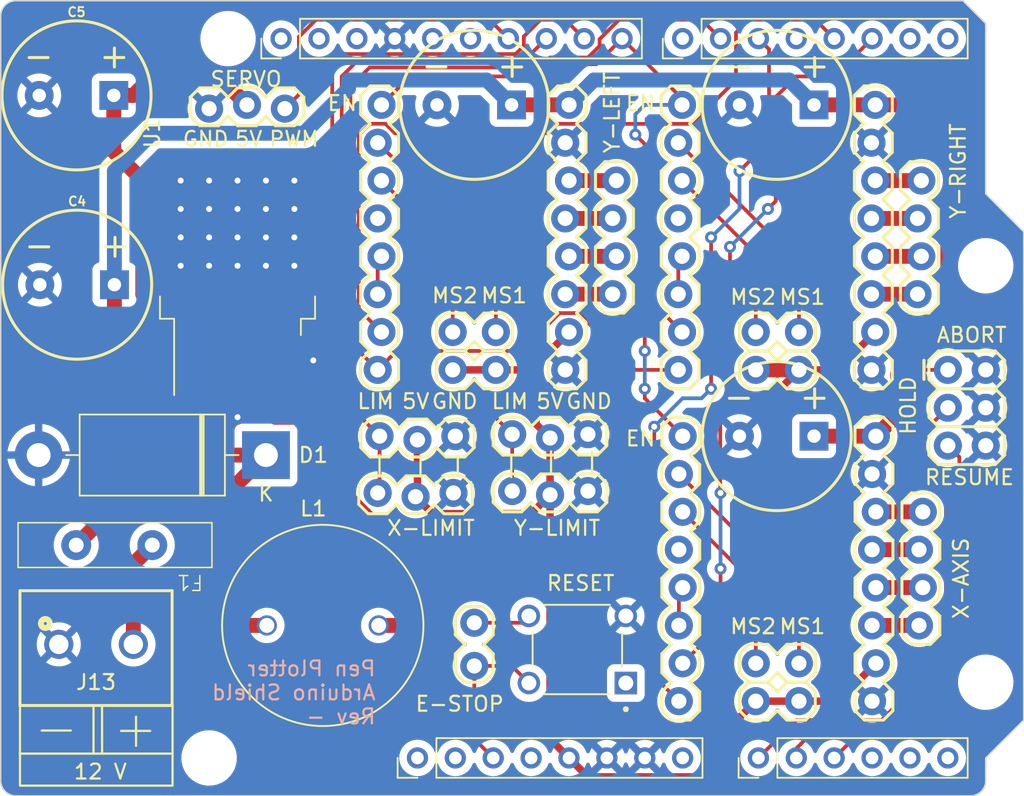
<source format=kicad_pcb>
(kicad_pcb (version 20221018) (generator pcbnew)
  (title_block (title "Arduino UNO R4 Shield Template PCB") (date "2023-07-13") (rev "1.0") (company "MStackoverflow"))
  (layers (0 "F.Cu" signal) (31 "B.Cu" signal) (34 "B.Paste" user) (35 "F.Paste" user) (36 "B.SilkS" user "B.Silkscreen") (37 "F.SilkS" user "F.Silkscreen") (38 "B.Mask" user) (39 "F.Mask" user) (44 "Edge.Cuts" user))
  (net 0 "")
  (net 3 "/V_MOTOR")
  (net 5 "GND")
  (net 6 "/SERVO_PWR")
  (net 7 "Net-(D1-K)")
  (net 9 "12V")
  (net 10 "5V")
  (net 11 "/X_4")
  (net 18 "/X_3")
  (net 21 "/X_2")
  (net 22 "/X_1")
  (net 23 "/X-DIR")
  (net 24 "/X-STEP")
  (net 26 "Net-(J2-Pad3)")
  (net 29 "/X-MS2")
  (net 30 "/X-MS1")
  (net 33 "/EN")
  (net 34 "/RESET")
  (net 35 "/Y-DIR")
  (net 36 "/Y-STEP")
  (net 37 "Net-(J6-Pad3)")
  (net 39 "/YL-4")
  (net 40 "/YL-3")
  (net 41 "/YL-2")
  (net 42 "/YL-1")
  (net 43 "Net-(J9-Pad3)")
  (net 45 "/YR-4")
  (net 46 "/YR-3")
  (net 47 "/YR-2")
  (net 48 "/YR-1")
  (net 49 "/SERVO_PWM")
  (net 50 "/X-LIMIT")
  (net 51 "/Y-LIMIT")
  (net 52 "/ABORT")
  (net 53 "/HOLD")
  (net 54 "/RESUME")
  (net 55 "/YL-MS2")
  (net 56 "/YL-MS1")
  (net 57 "/YR-MS2")
  (net 58 "/YR-MS1")
  (net 59 "Net-(J3-Pad2)")
  (footprint "Connectors:1X02_LOCK" (layer "F.Cu") (at 157.48 113.03)
    (fp_text reference "J23" hide)
    (fp_text value "CONN_02LOCK" hide)
  )
  (footprint "Diode_THT:D_DO-201AD_P15.24mm_Horizontal" (layer "F.Cu") (at 124.46 96.52 180)
    (fp_text reference "D1")
    (fp_text value "1N5822" hide)
  )
  (footprint "Capacitors:CPOL-RADIAL-5MM-10MM" (layer "F.Cu") (at 138.43 73.025)
    (fp_text reference "C2" hide)
    (fp_text value "100uF" hide)
  )
  (footprint "Connectors:1X08_LOCK" (layer "F.Cu") (at 132.08 90.805 90)
    (fp_text reference "J6" hide)
    (fp_text value "CONN_08LOCK" hide)
  )
  (footprint "Connectors:1X04_LOCK" (layer "F.Cu") (at 168.373 100.33 -90)
    (fp_text reference "J5" hide)
    (fp_text value "CONN_04LOCK" hide)
  )
  (footprint "Connectors:1X02_LOCK" (layer "F.Cu") (at 137.16 90.805)
    (fp_text reference "J22" hide)
    (fp_text value "CONN_02LOCK" hide)
  )
  (footprint "Package_TO_SOT_SMD:TO-263-5_TabPin3" (layer "F.Cu") (at 122.555 82.55 90)
    (fp_text reference "U1")
    (fp_text value "LM2596S-5" hide)
  )
  (footprint "Connectors:1X02_LOCK" (layer "F.Cu") (at 139.7 88.265 180)
    (fp_text reference "J19" hide)
    (fp_text value "CONN_02LOCK" hide)
  )
  (footprint "Capacitors:CPOL-RADIAL-5MM-10MM" (layer "F.Cu") (at 111.76 72.39)
    (fp_text reference "C5")
    (fp_text value "330uF" hide)
  )
  (footprint "Connectors:1X02_LOCK" (layer "F.Cu") (at 160.02 88.265 180)
    (fp_text reference "J20" hide)
    (fp_text value "CONN_02LOCK" hide)
  )
  (footprint "Capacitors:CPOL-RADIAL-5MM-10MM" (layer "F.Cu") (at 158.70936 95.25)
    (fp_text reference "C1" hide)
    (fp_text value "100uF" hide)
  )
  (footprint "Connectors:1X02_LOCK" (layer "F.Cu") (at 160.02 110.49 180)
    (fp_text reference "J4" hide)
    (fp_text value "CONN_02LOCK" hide)
  )
  (footprint "FootPrints:INDRD750W80D1350H1800" (layer "F.Cu") (at 128.27 107.95)
    (fp_text reference "L1")
    (fp_text value "33uH" hide)
  )
  (footprint "Connectors:1X08_LOCK" (layer "F.Cu") (at 152.273 113.03 90)
    (fp_text reference "J2" hide)
    (fp_text value "CONN_08LOCK" hide)
  )
  (footprint "Connectors:1X08_LOCK" (layer "F.Cu") (at 165.227 113.03 90)
    (fp_text reference "J1" hide)
    (fp_text value "CONN_08LOCK" hide)
  )
  (footprint "Connectors:1X08_LOCK" (layer "F.Cu") (at 165.18636 90.805 90)
    (fp_text reference "J10" hide)
    (fp_text value "CONN_08LOCK" hide)
  )
  (footprint "FootPrints:691137710002" (layer "F.Cu") (at 113.07 109.22)
    (property "VALUE" "691137710002")
    (fp_text reference "J13")
    (fp_text value "691137710002" hide)
  )
  (footprint "Connectors:1X03_LOCK" (layer "F.Cu") (at 131.953 99.187)
    (fp_text reference "J14" hide)
    (fp_text value "CONN_03LOCK" hide)
  )
  (footprint "Connectors:1X08_LOCK" (layer "F.Cu") (at 144.653 90.805 90)
    (fp_text reference "J7" hide)
    (fp_text value "CONN_08LOCK" hide)
  )
  (footprint "ArduinoMountingHoles:Arduino_MountingHole" (layer "F.Cu") (at 172.72 83.82001)
    (fp_text reference "H1" hide)
    (fp_text value "MountingHole1" hide)
  )
  (footprint "Connectors:1X02_LOCK" (layer "F.Cu") (at 157.48 90.805)
    (fp_text reference "J21" hide)
    (fp_text value "CONN_02LOCK" hide)
  )
  (footprint "Connectors:1X03_LOCK" (layer "F.Cu") (at 132.08 95.377)
    (fp_text reference "J15" hide)
    (fp_text value "CONN_03LOCK" hide)
  )
  (footprint "Capacitors:CPOL-RADIAL-5MM-10MM" (layer "F.Cu") (at 111.80064 85.09)
    (fp_text reference "C4")
    (fp_text value "330uF" hide)
  )
  (footprint "ArduinoPinSockets:Arduino_PinSocket_1x08_P2.54mm_Vertical" (layer "F.Cu") (at 152.39999 68.58001 90)
    (fp_text reference "U7" hide)
    (fp_text value "Digital_2" hide)
  )
  (footprint "Connectors:1X03_LOCK" (layer "F.Cu") (at 140.97 99.06)
    (fp_text reference "J16" hide)
    (fp_text value "CONN_03LOCK" hide)
  )
  (footprint "ArduinoPinSockets:Arduino_PinSocket_1x10_P2.54mm_Vertical" (layer "F.Cu") (at 125.476 68.58 90)
    (fp_text reference "U6" hide)
    (fp_text value "Digital_1" hide)
  )
  (footprint "ArduinoMountingHoles:Arduino_MountingHole" (layer "F.Cu") (at 120.65 116.84)
    (fp_text reference "H4" hide)
    (fp_text value "MountingHole4" hide)
  )
  (footprint "Capacitors:CPOL-RADIAL-5MM-10MM" (layer "F.Cu") (at 158.70936 73.025)
    (fp_text reference "C3" hide)
    (fp_text value "100uF" hide)
  )
  (footprint "Connectors:2X3" (layer "F.Cu") (at 170.18 90.805 -90)
    (fp_text reference "J18" hide)
    (fp_text value "CONN_03X2FEMALE" hide)
  )
  (footprint "ArduinoPinSockets:Arduino_PinSocket_1x06_P2.54mm_Vertical" (layer "F.Cu") (at 157.48 116.84 90)
    (fp_text reference "U3" hide)
    (fp_text value "Analog_2" hide)
  )
  (footprint "ArduinoPinSockets:Arduino_PinSocket_1x08_P2.54mm_Vertical" (layer "F.Cu") (at 134.62 116.84 90)
    (fp_text reference "U2" hide)
    (fp_text value "Analog_1" hide)
  )
  (footprint "Connectors:1X04_LOCK" (layer "F.Cu") (at 147.828 78.105 -90)
    (fp_text reference "J8" hide)
    (fp_text value "CONN_04LOCK" hide)
  )
  (footprint "FootPrints:SW_TS02-66-60-BK-160-LCR-D" (layer "F.Cu") (at 145.34 109.565 180)
    (fp_text reference "S2" hide)
    (fp_text value "TS02-66-60-BK-160-LCR-D" hide)
  )
  (footprint "Library:FRG800-16F" (layer "F.Cu") (at 112.84 109.56 180)
    (fp_text reference "F1")
    (fp_text value "Polyfuse" hide)
  )
  (footprint "Connectors:1X03_LOCK" (layer "F.Cu") (at 125.73 73.152 180)
    (fp_text reference "J12" hide)
    (fp_text value "CONN_03LOCK" hide)
  )
  (footprint "Connectors:1X02_LOCK" (layer "F.Cu") (at 138.43 110.49 90)
    (fp_text reference "J3" hide)
    (fp_text value "CONN_02LOCK" hide)
  )
  (footprint "ArduinoMountingHoles:Arduino_MountingHole" (layer "F.Cu") (at 121.91999 68.58001)
    (fp_text reference "H2" hide)
    (fp_text value "MountingHole2" hide)
  )
  (footprint "Connectors:1X04_LOCK" (layer "F.Cu") (at 168.275 78.105 -90)
    (fp_text reference "J11" hide)
    (fp_text value "CONN_04LOCK" hide)
  )
  (footprint "Connectors:1X08_LOCK" (layer "F.Cu") (at 152.23236 90.805 90)
    (fp_text reference "J9" hide)
    (fp_text value "CONN_08LOCK" hide)
  )
  (footprint "Connectors:1X03_LOCK" (layer "F.Cu") (at 140.97 95.25)
    (fp_text reference "J17" hide)
    (fp_text value "CONN_03LOCK" hide)
  )
  (footprint "ArduinoMountingHoles:Arduino_MountingHole" (layer "F.Cu") (at 172.72 111.76)
    (fp_text reference "H3" hide)
    (fp_text value "MountingHole3" hide)
  )
  (gr_line (start 107.95 116.55) (end 118.2 116.55) (stroke (width 0.15)) (layer "F.SilkS"))
  (gr_line (start 115.75 114.075) (end 115.75 116.025) (stroke (width 0.15)) (layer "F.SilkS"))
  (gr_line (start 112.9 116.5) (end 112.9 113.35) (stroke (width 0.15)) (layer "F.SilkS"))
  (gr_line (start 114.75 115.025) (end 116.7 115.025) (stroke (width 0.15)) (layer "F.SilkS"))
  (gr_line (start 113.47 113.32) (end 113.475 116.55) (stroke (width 0.15)) (layer "F.SilkS"))
  (gr_line (start 109.425 115) (end 111.375 115) (stroke (width 0.15)) (layer "F.SilkS"))
  (gr_rect (start 107.97 113.32) (end 118.2 118.7) (stroke (width 0.15)) (fill none) (layer "F.SilkS"))
  (gr_line (start 171.196 66.04) (end 172.72 67.564) (stroke (width 0.1)) (layer "Edge.Cuts"))
  (gr_arc (start 107.696 119.38) (mid 106.97758 119.08242) (end 106.68 118.364) (stroke (width 0.1)) (layer "Edge.Cuts"))
  (gr_line (start 172.72 78.994) (end 175.26 81.534) (stroke (width 0.1)) (layer "Edge.Cuts"))
  (gr_arc (start 172.72 118.364) (mid 172.42242 119.08242) (end 171.704 119.38) (stroke (width 0.1)) (layer "Edge.Cuts"))
  (gr_line (start 175.26 81.534) (end 175.26 114.3) (stroke (width 0.1)) (layer "Edge.Cuts"))
  (gr_line (start 171.704 119.38) (end 107.696 119.38) (stroke (width 0.1)) (layer "Edge.Cuts"))
  (gr_line (start 175.26 114.3) (end 172.72 116.84) (stroke (width 0.1)) (layer "Edge.Cuts"))
  (gr_line (start 172.72 67.564) (end 172.72 78.994) (stroke (width 0.1)) (layer "Edge.Cuts"))
  (gr_arc (start 106.68 67.056) (mid 106.97758 66.33758) (end 107.696 66.04) (stroke (width 0.1)) (layer "Edge.Cuts"))
  (gr_line (start 172.72 116.84) (end 172.72 118.364) (stroke (width 0.1)) (layer "Edge.Cuts"))
  (gr_line (start 107.696 66.04) (end 171.196 66.04) (stroke (width 0.1)) (layer "Edge.Cuts"))
  (gr_line (start 106.68 118.364) (end 106.68 67.056) (stroke (width 0.1)) (layer "Edge.Cuts"))
  (gr_text "Pen Plotter\nArduino Shield\nRev -" (at 131.9 114.65) (layer "B.SilkS") (effects (font (size 1 1)) (justify left bottom mirror)))
  (gr_text "LIM" (at 130.5 93.5) (layer "F.SilkS") (effects (font (size 1 1)) (justify left bottom)))
  (gr_text "MS1" (at 158.8 108.6) (layer "F.SilkS") (effects (font (size 1 1)) (justify left bottom)))
  (gr_text "E-STOP" (at 134.4 113.8) (layer "F.SilkS") (effects (font (size 1 1)) (justify left bottom)))
  (gr_text "ABORT" (at 169.35 89.05) (layer "F.SilkS") (effects (font (size 1 1)) (justify left bottom)))
  (gr_text "Y-LIMIT" (at 141 102) (layer "F.SilkS") (effects (font (size 1 1)) (justify left bottom)))
  (gr_text "|" (at 143 97.5) (layer "F.SilkS") (effects (font (size 1 1)) (justify left bottom)))
  (gr_text "MS1" (at 158.8 86.5) (layer "F.SilkS") (effects (font (size 1 1)) (justify left bottom)))
  (gr_text "5V" (at 142.5 93.5) (layer "F.SilkS") (effects (font (size 1 1)) (justify left bottom)))
  (gr_text "X-LIMIT" (at 132.5 102) (layer "F.SilkS") (effects (font (size 1 1)) (justify left bottom)))
  (gr_text "MS2" (at 135.5 86.4) (layer "F.SilkS") (effects (font (size 1 1)) (justify left bottom)))
  (gr_text "EN" (at 148.5 96) (layer "F.SilkS") (effects (font (size 1 1)) (justify left bottom)))
  (gr_text "MS2" (at 155.5 108.6) (layer "F.SilkS") (effects (font (size 1 1)) (justify left bottom)))
  (gr_text "|" (at 140.335 97.79) (layer "F.SilkS") (effects (font (size 1 1)) (justify left bottom)))
  (gr_text "12 V" (at 111.5 118.35) (layer "F.SilkS") (effects (font (size 1 1)) (justify left bottom)))
  (gr_text "Y-LEFT" (at 148.25 76.35 90) (layer "F.SilkS") (effects (font (size 1 1)) (justify left bottom)))
  (gr_text "PWM" (at 124.6 75.9) (layer "F.SilkS") (effects (font (size 1 1)) (justify left bottom)))
  (gr_text "EN" (at 148.5 73.5) (layer "F.SilkS") (effects (font (size 1 1)) (justify left bottom)))
  (gr_text "|" (at 136.75 97.75) (layer "F.SilkS") (effects (font (size 1 1)) (justify left bottom)))
  (gr_text "X-AXIS" (at 171.65 107.6 90) (layer "F.SilkS") (effects (font (size 1 1)) (justify left bottom)))
  (gr_text "RESET" (at 143.2 105.7) (layer "F.SilkS") (effects (font (size 1 1)) (justify left bottom)))
  (gr_text "|" (at 131.5 97.75) (layer "F.SilkS") (effects (font (size 1 1)) (justify left bottom)))
  (gr_text "GND" (at 135.5 93.5) (layer "F.SilkS") (effects (font (size 1 1)) (justify left bottom)))
  (gr_text "RESUME" (at 168.55 98.6) (layer "F.SilkS") (effects (font (size 1 1)) (justify left bottom)))
  (gr_text "GND" (at 144.5 93.5) (layer "F.SilkS") (effects (font (size 1 1)) (justify left bottom)))
  (gr_text "MS1" (at 138.8 86.4) (layer "F.SilkS") (effects (font (size 1 1)) (justify left bottom)))
  (gr_text "HOLD" (at 168.1 95.25 90) (layer "F.SilkS") (effects (font (size 1 1)) (justify left bottom)))
  (gr_text "GND" (at 118.8 75.9) (layer "F.SilkS") (effects (font (size 1 1)) (justify left bottom)))
  (gr_text "SERVO" (at 120.65 71.882) (layer "F.SilkS") (effects (font (size 1 1)) (justify left bottom)))
  (gr_text "Y-RIGHT" (at 171.45 80.75 90) (layer "F.SilkS") (effects (font (size 1 1)) (justify left bottom)))
  (gr_text "EN" (at 128.5 73.5) (layer "F.SilkS") (effects (font (size 1 1)) (justify left bottom)))
  (gr_text "5V" (at 122.3 75.9) (layer "F.SilkS") (effects (font (size 1 1)) (justify left bottom)))
  (gr_text "|" (at 145.75 97.5) (layer "F.SilkS") (effects (font (size 1 1)) (justify left bottom)))
  (gr_text "MS2" (at 155.5 86.5) (layer "F.SilkS") (effects (font (size 1 1)) (justify left bottom)))
  (gr_text "|" (at 134.25 97.75) (layer "F.SilkS") (effects (font (size 1 1)) (justify left bottom)))
  (gr_text "5V" (at 133.5 93.5) (layer "F.SilkS") (effects (font (size 1 1)) (justify left bottom)))
  (gr_text "LIM" (at 139.5 93.5) (layer "F.SilkS") (effects (font (size 1 1)) (justify left bottom)))
  (segment (start 165.31336 73.025) (end 161.20872 73.025) (width 1) (layer "F.Cu") (net 3))
  (segment (start 116.84 90.17) (end 119.125 90.17) (width 1) (layer "F.Cu") (net 3))
  (segment (start 114.3 87.63) (end 116.84 90.17) (width 1) (layer "F.Cu") (net 3))
  (segment (start 165.354 95.25) (end 161.20872 95.25) (width 1) (layer "F.Cu") (net 3))
  (segment (start 111.74 102.56) (end 119.155 95.145) (width 1) (layer "F.Cu") (net 3))
  (segment (start 170.18 81.766686) (end 170.18 87.733274) (width 1) (layer "F.Cu") (net 3))
  (segment (start 169.545 73.025) (end 172.085 75.565) (width 1) (layer "F.Cu") (net 3))
  (segment (start 166.815 91.098274) (end 166.815 93.789) (width 1) (layer "F.Cu") (net 3))
  (segment (start 119.125 90.17) (end 119.155 90.2) (width 1) (layer "F.Cu") (net 3))
  (segment (start 165.31336 73.025) (end 169.545 73.025) (width 1) (layer "F.Cu") (net 3))
  (segment (start 170.18 87.733274) (end 166.815 91.098274) (width 1) (layer "F.Cu") (net 3))
  (segment (start 119.155 95.145) (end 119.155 90.2) (width 1) (layer "F.Cu") (net 3))
  (segment (start 172.085 79.861686) (end 170.18 81.766686) (width 1) (layer "F.Cu") (net 3))
  (segment (start 166.815 93.789) (end 165.354 95.25) (width 1) (layer "F.Cu") (net 3))
  (segment (start 172.085 75.565) (end 172.085 79.861686) (width 1) (layer "F.Cu") (net 3))
  (segment (start 140.92936 73.025) (end 144.78 73.025) (width 1) (layer "F.Cu") (net 3))
  (segment (start 114.3 85.09) (end 114.3 87.63) (width 1) (layer "F.Cu") (net 3))
  (segment (start 127 74.93) (end 116.84 74.93) (width 1) (layer "B.Cu") (net 3))
  (segment (start 140.92936 73.025) (end 139.26416 71.3598) (width 1) (layer "B.Cu") (net 3))
  (segment (start 159.54352 71.3598) (end 161.20872 73.025) (width 1) (layer "B.Cu") (net 3))
  (segment (start 116.84 74.93) (end 114.3 77.47) (width 1) (layer "B.Cu") (net 3))
  (segment (start 139.26416 71.3598) (end 129.9954 71.3598) (width 1) (layer "B.Cu") (net 3))
  (segment (start 114.3 77.47) (end 114.3 85.09) (width 1) (layer "B.Cu") (net 3))
  (segment (start 146.4452 71.3598) (end 159.54352 71.3598) (width 1) (layer "B.Cu") (net 3))
  (segment (start 129.9954 71.3598) (end 129.9954 71.9346) (width 1) (layer "B.Cu") (net 3))
  (segment (start 144.78 73.025) (end 146.4452 71.3598) (width 1) (layer "B.Cu") (net 3))
  (segment (start 129.9954 71.9346) (end 127 74.93) (width 1) (layer "B.Cu") (net 3))
  (segment (start 122.555 90.2) (end 122.555 93.98) (width 1) (layer "F.Cu") (net 5))
  (segment (start 127.605 90.2) (end 127.635 90.17) (width 1) (layer "F.Cu") (net 5))
  (segment (start 125.955 90.2) (end 127.605 90.2) (width 1) (layer "F.Cu") (net 5))
  (via (at 122.555 81.915) (size 0.8) (drill 0.4) (layers "F.Cu" "B.Cu") (net 5))
  (via (at 118.745 83.82) (size 0.8) (drill 0.4) (layers "F.Cu" "B.Cu") (net 5))
  (via (at 122.555 93.98) (size 0.8) (drill 0.4) (layers "F.Cu" "B.Cu") (net 5))
  (via (at 124.46 78.105) (size 0.8) (drill 0.4) (layers "F.Cu" "B.Cu") (net 5))
  (via (at 118.745 81.915) (size 0.8) (drill 0.4) (layers "F.Cu" "B.Cu") (net 5))
  (via (at 127.635 90.17) (size 0.8) (drill 0.4) (layers "F.Cu" "B.Cu") (net 5))
  (via (at 126.365 83.82) (size 0.8) (drill 0.4) (layers "F.Cu" "B.Cu") (net 5))
  (via (at 124.46 83.82) (size 0.8) (drill 0.4) (layers "F.Cu" "B.Cu") (net 5))
  (via (at 126.365 80.01) (size 0.8) (drill 0.4) (layers "F.Cu" "B.Cu") (net 5))
  (via (at 124.46 80.01) (size 0.8) (drill 0.4) (layers "F.Cu" "B.Cu") (net 5))
  (via (at 120.65 78.105) (size 0.8) (drill 0.4) (layers "F.Cu" "B.Cu") (net 5))
  (via (at 124.46 81.915) (size 0.8) (drill 0.4) (layers "F.Cu" "B.Cu") (net 5))
  (via (at 126.365 81.915) (size 0.8) (drill 0.4) (layers "F.Cu" "B.Cu") (net 5))
  (via (at 120.65 81.915) (size 0.8) (drill 0.4) (layers "F.Cu" "B.Cu") (net 5))
  (via (at 122.555 80.01) (size 0.8) (drill 0.4) (layers "F.Cu" "B.Cu") (net 5))
  (via (at 126.365 78.105) (size 0.8) (drill 0.4) (layers "F.Cu" "B.Cu") (net 5))
  (via (at 118.745 80.01) (size 0.8) (drill 0.4) (layers "F.Cu" "B.Cu") (net 5))
  (via (at 118.745 78.105) (size 0.8) (drill 0.4) (layers "F.Cu" "B.Cu") (net 5))
  (via (at 122.555 83.82) (size 0.8) (drill 0.4) (layers "F.Cu" "B.Cu") (net 5))
  (via (at 122.555 78.105) (size 0.8) (drill 0.4) (layers "F.Cu" "B.Cu") (net 5))
  (via (at 120.65 83.82) (size 0.8) (drill 0.4) (layers "F.Cu" "B.Cu") (net 5))
  (via (at 120.65 80.01) (size 0.8) (drill 0.4) (layers "F.Cu" "B.Cu") (net 5))
  (segment (start 127.635 95.095) (end 126.52 93.98) (width 1) (layer "F.Cu") (net 6))
  (segment (start 132.02 107.95) (end 135.255 107.95) (width 1) (layer "F.Cu") (net 6))
  (segment (start 124.255 90.2) (end 124.255 87.425) (width 1) (layer "F.Cu") (net 6))
  (segment (start 125.095 93.98) (end 124.255 93.14) (width 1) (layer "F.Cu") (net 6))
  (segment (start 121.285 71.12) (end 123.19 73.025) (width 1) (layer "F.Cu") (net 6))
  (segment (start 114.25936 76.15936) (end 114.25936 72.39) (width 1) (layer "F.Cu") (net 6))
  (segment (start 123.825 86.995) (end 117.475 86.995) (width 1) (layer "F.Cu") (net 6))
  (segment (start 135.89 107.315) (end 135.89 102.87) (width 1) (layer "F.Cu") (net 6))
  (segment (start 131.538972 100.965) (end 127.635 97.061028) (width 1) (layer "F.Cu") (net 6))
  (segment (start 135.255 107.95) (end 135.89 107.315) (width 1) (layer "F.Cu") (net 6))
  (segment (start 124.255 87.425) (end 123.825 86.995) (width 1) (layer "F.Cu") (net 6))
  (segment (start 114.25936 72.39) (end 115.57 72.39) (width 1) (layer "F.Cu") (net 6))
  (segment (start 116.205 85.725) (end 116.205 78.105) (width 1) (layer "F.Cu") (net 6))
  (segment (start 116.205 78.105) (end 114.25936 76.15936) (width 1) (layer "F.Cu") (net 6))
  (segment (start 127.635 97.061028) (end 127.635 95.095) (width 1) (layer "F.Cu") (net 6))
  (segment (start 133.35 100.965) (end 131.538972 100.965) (width 1) (layer "F.Cu") (net 6))
  (segment (start 133.985 101.6) (end 133.35 100.965) (width 1) (layer "F.Cu") (net 6))
  (segment (start 134.62 101.6) (end 133.985 101.6) (width 1) (layer "F.Cu") (net 6))
  (segment (start 135.89 102.87) (end 134.62 101.6) (width 1) (layer "F.Cu") (net 6))
  (segment (start 115.57 72.39) (end 116.84 71.12) (width 1) (layer "F.Cu") (net 6))
  (segment (start 126.52 93.98) (end 125.095 93.98) (width 1) (layer "F.Cu") (net 6))
  (segment (start 117.475 86.995) (end 116.205 85.725) (width 1) (layer "F.Cu") (net 6))
  (segment (start 116.84 71.12) (end 121.285 71.12) (width 1) (layer "F.Cu") (net 6))
  (segment (start 124.255 93.14) (end 124.255 90.2) (width 1) (layer "F.Cu") (net 6))
  (segment (start 120.855 95.455) (end 121.92 96.52) (width 1) (layer "F.Cu") (net 7))
  (segment (start 120.015 106.68) (end 121.285 107.95) (width 1) (layer "F.Cu") (net 7))
  (segment (start 120.015 100.965) (end 120.015 106.68) (width 1) (layer "F.Cu") (net 7))
  (segment (start 121.285 107.95) (end 124.52 107.95) (width 1) (layer "F.Cu") (net 7))
  (segment (start 120.855 90.2) (end 120.855 95.455) (width 1) (layer "F.Cu") (net 7))
  (segment (start 121.92 96.52) (end 124.46 96.52) (width 1) (layer "F.Cu") (net 7))
  (segment (start 124.46 96.52) (end 120.015 100.965) (width 1) (layer "F.Cu") (net 7))
  (segment (start 115.57 109.22) (end 115.57 103.83) (width 1) (layer "F.Cu") (net 9))
  (segment (start 115.57 103.83) (end 116.84 102.56) (width 1) (layer "F.Cu") (net 9))
  (segment (start 160.1978 113.03) (end 162.56 113.03) (width 0.5) (layer "F.Cu") (net 10))
  (segment (start 136.9822 90.805) (end 139.8778 90.805) (width 0.5) (layer "F.Cu") (net 10))
  (segment (start 142.2472 100.4498) (end 135.6288 100.4498) (width 0.5) (layer "F.Cu") (net 10))
  (segment (start 146.05 118.11) (end 154.94 118.11) (width 0.5) (layer "F.Cu") (net 10))
  (segment (start 160.1978 90.805) (end 162.77336 90.805) (width 0.5) (layer "F.Cu") (net 10))
  (segment (start 142.570201 90.474799) (end 142.570201 90.805) (width 0.5) (layer "F.Cu") (net 10))
  (segment (start 162.77336 90.805) (end 165.31336 88.265) (width 0.5) (layer "F.Cu") (net 10))
  (segment (start 142.570201 94.437201) (end 143.51 95.377) (width 0.5) (layer "F.Cu") (net 10))
  (segment (start 162.814 113.03) (end 165.354 110.49) (width 0.5) (layer "F.Cu") (net 10))
  (segment (start 154.94 118.11) (end 155.575 117.475) (width 0.5) (layer "F.Cu") (net 10))
  (segment (start 134.62 95.504) (end 134.62 99.187) (width 0.5) (layer "F.Cu") (net 10))
  (segment (start 142.570201 90.805) (end 142.570201 94.437201) (width 0.5) (layer "F.Cu") (net 10))
  (segment (start 143.51 115.57) (end 144.78 116.84) (width 0.5) (layer "F.Cu") (net 10))
  (segment (start 144.78 116.84) (end 146.05 118.11) (width 0.5) (layer "F.Cu") (net 10))
  (segment (start 144.78 88.265) (end 142.570201 90.474799) (width 0.5) (layer "F.Cu") (net 10))
  (segment (start 162.56 113.03) (end 162.56 101.6) (width 0.5) (layer "F.Cu") (net 10))
  (segment (start 157.3022 113.03) (end 160.1978 113.03) (width 0.5) (layer "F.Cu") (net 10))
  (segment (start 155.575 114.7572) (end 157.3022 113.03) (width 0.5) (layer "F.Cu") (net 10))
  (segment (start 134.62 99.187) (end 134.493 99.314) (width 0.5) (layer "F.Cu") (net 10))
  (segment (start 157.3022 90.805) (end 160.1978 90.805) (width 1) (layer "F.Cu") (net 10))
  (segment (start 162.56 113.03) (end 162.814 113.03) (width 0.5) (layer "F.Cu") (net 10))
  (segment (start 143.51 99.187) (end 143.51 95.377) (width 0.5) (layer "F.Cu") (net 10))
  (segment (start 135.6288 100.4498) (end 134.493 99.314) (width 0.5) (layer "F.Cu") (net 10))
  (segment (start 162.56 101.6) (end 158.75 97.79) (width 0.5) (layer "F.Cu") (net 10))
  (segment (start 139.8778 90.805) (end 142.570201 90.805) (width 0.5) (layer "F.Cu") (net 10))
  (segment (start 155.575 117.475) (end 155.575 114.7572) (width 0.5) (layer "F.Cu") (net 10))
  (segment (start 158.75 92.2528) (end 160.1978 90.805) (width 0.5) (layer "F.Cu") (net 10))
  (segment (start 143.51 99.187) (end 142.2472 100.4498) (width 0.5) (layer "F.Cu") (net 10))
  (segment (start 143.51 99.187) (end 143.51 115.57) (width 0.5) (layer "F.Cu") (net 10))
  (segment (start 158.75 97.79) (end 158.75 92.2528) (width 0.5) (layer "F.Cu") (net 10))
  (segment (start 165.1 107.95) (end 168.021 107.95) (width 1) (layer "F.Cu") (net 11))
  (segment (start 165.354 105.41) (end 168.275 105.41) (width 1) (layer "F.Cu") (net 18))
  (segment (start 165.1 102.87) (end 168.021 102.87) (width 1) (layer "F.Cu") (net 21))
  (segment (start 165.354 100.33) (end 168.275 100.33) (width 1) (layer "F.Cu") (net 22))
  (segment (start 150.495 111.379) (end 150.495 111.125) (width 0.25) (layer "F.Cu") (net 23))
  (segment (start 154.305 92.075) (end 154.305 81.915) (width 0.25) (layer "F.Cu") (net 23))
  (segment (start 158.190989 69.291009) (end 157.47999 68.58001) (width 0.25) (layer "F.Cu") (net 23))
  (segment (start 158.190989 75.489011) (end 158.190989 69.291009) (width 0.25) (layer "F.Cu") (net 23))
  (segment (start 152.146 113.03) (end 150.495 111.379) (width 0.25) (layer "F.Cu") (net 23))
  (segment (start 156.21 77.47) (end 158.190989 75.489011) (width 0.25) (layer "F.Cu") (net 23))
  (segment (start 150.495 111.125) (end 150.495 94.615) (width 0.25) (layer "F.Cu") (net 23))
  (via (at 156.21 77.47) (size 0.8) (drill 0.4) (layers "F.Cu" "B.Cu") (net 23))
  (via (at 150.495 94.615) (size 0.8) (drill 0.4) (layers "F.Cu" "B.Cu") (net 23))
  (via (at 154.305 92.075) (size 0.8) (drill 0.4) (layers "F.Cu" "B.Cu") (net 23))
  (via (at 154.305 81.915) (size 0.8) (drill 0.4) (layers "F.Cu" "B.Cu") (net 23))
  (segment (start 154.305 81.915) (end 156.21 80.01) (width 0.25) (layer "B.Cu") (net 23))
  (segment (start 152.4 92.71) (end 153.67 92.71) (width 0.25) (layer "B.Cu") (net 23))
  (segment (start 156.21 80.01) (end 156.21 77.47) (width 0.25) (layer "B.Cu") (net 23))
  (segment (start 153.67 92.71) (end 154.305 92.075) (width 0.25) (layer "B.Cu") (net 23))
  (segment (start 150.495 94.615) (end 152.4 92.71) (width 0.25) (layer "B.Cu") (net 23))
  (segment (start 160.02 71.12) (end 158.640989 72.499011) (width 0.25) (layer "F.Cu") (net 24))
  (segment (start 165.09999 68.58001) (end 162.56 71.12) (width 0.25) (layer "F.Cu") (net 24))
  (segment (start 154.94 104.14) (end 154.94 107.95) (width 0.25) (layer "F.Cu") (net 24))
  (segment (start 162.56 71.12) (end 160.02 71.12) (width 0.25) (layer "F.Cu") (net 24))
  (segment (start 154.9198 93.3652) (end 154.9198 99.0398) (width 0.25) (layer "F.Cu") (net 24))
  (segment (start 158.640989 72.499011) (end 158.640989 79.484011) (width 0.25) (layer "F.Cu") (net 24))
  (segment (start 155.575 82.55) (end 155.575 92.71) (width 0.25) (layer "F.Cu") (net 24))
  (segment (start 155.575 92.71) (end 154.94 93.345) (width 0.25) (layer "F.Cu") (net 24))
  (segment (start 154.94 93.345) (end 154.9198 93.3652) (width 0.25) (layer "F.Cu") (net 24))
  (segment (start 154.94 107.95) (end 152.4 110.49) (width 0.25) (layer "F.Cu") (net 24))
  (segment (start 154.9198 99.0398) (end 154.94 99.06) (width 0.25) (layer "F.Cu") (net 24))
  (segment (start 158.640989 79.484011) (end 158.115 80.01) (width 0.25) (layer "F.Cu") (net 24))
  (via (at 155.575 82.55) (size 0.8) (drill 0.4) (layers "F.Cu" "B.Cu") (net 24))
  (via (at 158.115 80.01) (size 0.8) (drill 0.4) (layers "F.Cu" "B.Cu") (net 24))
  (via (at 154.94 104.14) (size 0.8) (drill 0.4) (layers "F.Cu" "B.Cu") (net 24))
  (via (at 154.94 99.06) (size 0.8) (drill 0.4) (layers "F.Cu" "B.Cu") (net 24))
  (segment (start 154.94 99.06) (end 154.94 104.14) (width 0.25) (layer "B.Cu") (net 24))
  (segment (start 158.115 80.01) (end 155.575 82.55) (width 0.25) (layer "B.Cu") (net 24))
  (segment (start 152.146 105.664) (end 152.4 105.41) (width 0.25) (layer "F.Cu") (net 26))
  (segment (start 152.146 107.95) (end 152.146 105.664) (width 0.25) (layer "F.Cu") (net 26))
  (segment (start 152.4 100.33) (end 157.3022 105.2322) (width 0.25) (layer "F.Cu") (net 29))
  (segment (start 157.3022 105.2322) (end 157.3022 110.49) (width 0.25) (layer "F.Cu") (net 29))
  (segment (start 152.146 97.79) (end 160.1978 105.8418) (width 0.25) (layer "F.Cu") (net 30))
  (segment (start 160.1978 105.8418) (end 160.1978 110.49) (width 0.25) (layer "F.Cu") (net 30))
  (segment (start 149.86 89.535) (end 149.86 75.6597) (width 0.25) (layer "F.Cu") (net 33))
  (segment (start 152.4 95.25) (end 149.86 92.71) (width 0.25) (layer "F.Cu") (net 33))
  (segment (start 149.86 92.71) (end 149.86 92.075) (width 0.25) (layer "F.Cu") (net 33))
  (segment (start 149.86 75.6597) (end 149.225 75.0247) (width 0.25) (layer "F.Cu") (net 33))
  (segment (start 152.35936 72.60336) (end 152.35936 73.025) (width 0.25) (layer "F.Cu") (net 33))
  (segment (start 134.112 71.12) (end 132.207 73.025) (width 0.25) (layer "F.Cu") (net 33))
  (segment (start 148.336 68.58) (end 146.616 70.3) (width 0.25) (layer "F.Cu") (net 33))
  (segment (start 146.616 70.3) (end 143.696396 70.3) (width 0.25) (layer "F.Cu") (net 33))
  (segment (start 148.336 68.58) (end 152.35936 72.60336) (width 0.25) (layer "F.Cu") (net 33))
  (segment (start 143.696396 70.3) (end 142.876396 71.12) (width 0.25) (layer "F.Cu") (net 33))
  (segment (start 142.876396 71.12) (end 134.112 71.12) (width 0.25) (layer "F.Cu") (net 33))
  (via (at 149.86 89.535) (size 0.8) (drill 0.4) (layers "F.Cu" "B.Cu") (net 33))
  (via (at 149.86 92.075) (size 0.8) (drill 0.4) (layers "F.Cu" "B.Cu") (net 33))
  (via (at 149.225 75.0247) (size 0.8) (drill 0.4) (layers "F.Cu" "B.Cu") (net 33))
  (segment (start 149.225 75.0247) (end 149.225 73.66) (width 0.25) (layer "B.Cu") (net 33))
  (segment (start 149.86 92.075) (end 149.86 89.535) (width 0.25) (layer "B.Cu") (net 33))
  (segment (start 149.86 73.025) (end 152.35936 73.025) (width 0.25) (layer "B.Cu") (net 33))
  (segment (start 149.225 73.66) (end 149.86 73.025) (width 0.25) (layer "B.Cu") (net 33))
  (segment (start 138.43 110.6678) (end 140.9428 110.6678) (width 0.25) (layer "F.Cu") (net 34))
  (segment (start 140.9428 110.6678) (end 142.09 111.815) (width 0.25) (layer "F.Cu") (net 34))
  (segment (start 138.43 110.6678) (end 138.43 115.57) (width 0.25) (layer "F.Cu") (net 34))
  (segment (start 138.43 115.57) (end 139.7 116.84) (width 0.25) (layer "F.Cu") (net 34))
  (segment (start 146.832 69.068) (end 146.832 68.618874) (width 0.25) (layer "F.Cu") (net 35))
  (segment (start 146.05 69.85) (end 146.832 69.068) (width 0.25) (layer "F.Cu") (net 35))
  (segment (start 153.66998 67.31) (end 154.93999 68.58001) (width 0.25) (layer "F.Cu") (net 35))
  (segment (start 148.140874 67.31) (end 153.66998 67.31) (width 0.25) (layer "F.Cu") (net 35))
  (segment (start 133.223 89.535) (end 141.605 89.535) (width 0.25) (layer "F.Cu") (net 35))
  (segment (start 131.953 90.805) (end 133.223 89.535) (width 0.25) (layer "F.Cu") (net 35))
  (segment (start 146.832 68.618874) (end 148.140874 67.31) (width 0.25) (layer "F.Cu") (net 35))
  (segment (start 131.414 70.516) (end 142.844 70.516) (width 0.25) (layer "F.Cu") (net 35))
  (segment (start 145.415 86.995) (end 149.225 90.805) (width 0.25) (layer "F.Cu") (net 35))
  (segment (start 143.51 69.85) (end 146.05 69.85) (width 0.25) (layer "F.Cu") (net 35))
  (segment (start 141.605 89.535) (end 144.145 86.995) (width 0.25) (layer "F.Cu") (net 35))
  (segment (start 131.953 90.805) (end 130.175 89.027) (width 0.25) (layer "F.Cu") (net 35))
  (segment (start 149.225 90.805) (end 152.10536 90.805) (width 0.25) (layer "F.Cu") (net 35))
  (segment (start 144.145 86.995) (end 145.415 86.995) (width 0.25) (layer "F.Cu") (net 35))
  (segment (start 130.175 71.755) (end 131.414 70.516) (width 0.25) (layer "F.Cu") (net 35))
  (segment (start 142.844 70.516) (end 143.51 69.85) (width 0.25) (layer "F.Cu") (net 35))
  (segment (start 130.175 89.027) (end 130.175 71.755) (width 0.25) (layer "F.Cu") (net 35))
  (segment (start 150.495 86.40064) (end 152.35936 88.265) (width 0.25) (layer "F.Cu") (net 36))
  (segment (start 144.002102 74.3002) (end 151.1248 74.3002) (width 0.25) (layer "F.Cu") (net 36))
  (segment (start 156.845 67.31) (end 155.97599 68.17901) (width 0.25) (layer "F.Cu") (net 36))
  (segment (start 130.6882 75.041102) (end 131.434302 74.295) (width 0.25) (layer "F.Cu") (net 36))
  (segment (start 162.55999 68.58001) (end 161.28998 67.31) (width 0.25) (layer "F.Cu") (net 36))
  (segment (start 153.0298 74.3002) (end 151.1248 74.3002) (width 0.25) (layer "F.Cu") (net 36))
  (segment (start 143.372302 74.93) (end 144.002102 74.3002) (width 0.25) (layer "F.Cu") (net 36))
  (segment (start 151.1248 74.3002) (end 150.495 74.93) (width 0.25) (layer "F.Cu") (net 36))
  (segment (start 130.6882 86.7462) (end 130.6882 75.041102) (width 0.25) (layer "F.Cu") (net 36))
  (segment (start 132.471698 74.295) (end 133.106698 74.93) (width 0.25) (layer "F.Cu") (net 36))
  (segment (start 161.28998 67.31) (end 156.845 67.31) (width 0.25) (layer "F.Cu") (net 36))
  (segment (start 155.97599 71.35401) (end 153.0298 74.3002) (width 0.25) (layer "F.Cu") (net 36))
  (segment (start 132.207 88.265) (end 130.6882 86.7462) (width 0.25) (layer "F.Cu") (net 36))
  (segment (start 131.434302 74.295) (end 132.471698 74.295) (width 0.25) (layer "F.Cu") (net 36))
  (segment (start 133.106698 74.93) (end 143.372302 74.93) (width 0.25) (layer "F.Cu") (net 36))
  (segment (start 150.495 74.93) (end 150.495 86.40064) (width 0.25) (layer "F.Cu") (net 36))
  (segment (start 155.97599 68.17901) (end 155.97599 71.35401) (width 0.25) (layer "F.Cu") (net 36))
  (segment (start 131.953 83.439) (end 132.207 83.185) (width 0.25) (layer "F.Cu") (net 37))
  (segment (start 131.953 85.725) (end 131.953 83.439) (width 0.25) (layer "F.Cu") (net 37))
  (segment (start 144.526 85.725) (end 147.701 85.725) (width 1) (layer "F.Cu") (net 39))
  (segment (start 144.78 83.185) (end 147.955 83.185) (width 1) (layer "F.Cu") (net 40))
  (segment (start 144.526 80.645) (end 147.701 80.645) (width 1) (layer "F.Cu") (net 41))
  (segment (start 144.78 78.105) (end 147.955 78.105) (width 1) (layer "F.Cu") (net 42))
  (segment (start 152.10536 85.725) (end 152.10536 83.439) (width 0.25) (layer "F.Cu") (net 43))
  (segment (start 152.10536 83.439) (end 152.35936 83.185) (width 0.25) (layer "F.Cu") (net 43))
  (segment (start 165.05936 85.725) (end 168.148 85.725) (width 1) (layer "F.Cu") (net 45))
  (segment (start 165.31336 83.185) (end 168.402 83.185) (width 1) (layer "F.Cu") (net 46))
  (segment (start 165.05936 80.645) (end 168.148 80.645) (width 1) (layer "F.Cu") (net 47))
  (segment (start 165.31336 78.105) (end 168.402 78.105) (width 1) (layer "F.Cu") (net 48))
  (segment (start 139.446 67.31) (end 140.716 68.58) (width 0.25) (layer "F.Cu") (net 49))
  (segment (start 126.669799 68.461075) (end 127.820874 67.31) (width 0.25) (layer "F.Cu") (net 49))
  (segment (start 127.820874 67.31) (end 139.446 67.31) (width 0.25) (layer "F.Cu") (net 49))
  (segment (start 126.669799 72.339201) (end 126.669799 68.461075) (width 0.25) (layer "F.Cu") (net 49))
  (segment (start 125.73 73.279) (end 126.669799 72.339201) (width 0.25) (layer "F.Cu") (net 49))
  (segment (start 145.796 68.58) (end 144.526 67.31) (width 0.25) (layer "F.Cu") (net 50))
  (segment (start 129.774 69.616) (end 128.905 70.485) (width 0.25) (layer "F.Cu") (net 50))
  (segment (start 132.08 95.25) (end 132.08 98.933) (width 0.25) (layer "F.Cu") (net 50))
  (segment (start 141.752 69.068) (end 141.204 69.616) (width 0.25) (layer "F.Cu") (net 50))
  (segment (start 142.875 67.31) (end 141.752 68.433) (width 0.25) (layer "F.Cu") (net 50))
  (segment (start 128.905 92.075) (end 132.08 95.25) (width 0.25) (layer "F.Cu") (net 50))
  (segment (start 144.526 67.31) (end 142.875 67.31) (width 0.25) (layer "F.Cu") (net 50))
  (segment (start 132.08 98.933) (end 131.953 99.06) (width 0.25) (layer "F.Cu") (net 50))
  (segment (start 128.905 70.485) (end 128.905 92.075) (width 0.25) (layer "F.Cu") (net 50))
  (segment (start 141.204 69.616) (end 129.774 69.616) (width 0.25) (layer "F.Cu") (net 50))
  (segment (start 141.752 68.433) (end 141.752 69.068) (width 0.25) (layer "F.Cu") (net 50))
  (segment (start 130.811396 93.345) (end 129.540698 92.074302) (width 0.25) (layer "F.Cu") (net 51))
  (segment (start 129.540698 92.074302) (end 129.540698 71.119302) (width 0.25) (layer "F.Cu") (net 51))
  (segment (start 141.77 70.066) (end 143.256 68.58) (width 0.25) (layer "F.Cu") (net 51))
  (segment (start 130.594 70.066) (end 141.77 70.066) (width 0.25) (layer "F.Cu") (net 51))
  (segment (start 140.97 95.123) (end 140.97 98.933) (width 0.25) (layer "F.Cu") (net 51))
  (segment (start 139.192 93.345) (end 130.811396 93.345) (width 0.25) (layer "F.Cu") (net 51))
  (segment (start 129.540698 71.119302) (end 130.594 70.066) (width 0.25) (layer "F.Cu") (net 51))
  (segment (start 140.97 95.123) (end 139.192 93.345) (width 0.25) (layer "F.Cu") (net 51))
  (segment (start 167.64 91.44) (end 168.275 90.805) (width 0.25) (layer "F.Cu") (net 52))
  (segment (start 168.275 90.805) (end 170.18 90.805) (width 0.25) (layer "F.Cu") (net 52))
  (segment (start 170.05 109.985) (end 170.05 99.05) (width 0.25) (layer "F.Cu") (net 52))
  (segment (start 165.735 114.3) (end 170.05 109.985) (width 0.25) (layer "F.Cu") (net 52))
  (segment (start 170.05 99.05) (end 167.64 96.64) (width 0.25) (layer "F.Cu") (net 52))
  (segment (start 160.02 114.3) (end 165.735 114.3) (width 0.25) (layer "F.Cu") (net 52))
  (segment (start 157.48 116.84) (end 160.02 114.3) (width 0.25) (layer "F.Cu") (net 52))
  (segment (start 167.64 96.64) (end 167.64 91.44) (width 0.25) (layer "F.Cu") (net 52))
  (segment (start 161.475 114.75) (end 165.921396 114.75) (width 0.25) (layer "F.Cu") (net 53))
  (segment (start 168.275 96.575) (end 168.275 95.25) (width 0.25) (layer "F.Cu") (net 53))
  (segment (start 165.921396 114.75) (end 170.5 110.171396) (width 0.25) (layer "F.Cu") (net 53))
  (segment (start 170.5 110.171396) (end 170.5 98.8) (width 0.25) (layer "F.Cu") (net 53))
  (segment (start 160.02 116.205) (end 161.475 114.75) (width 0.25) (layer "F.Cu") (net 53))
  (segment (start 160.02 116.84) (end 160.02 116.205) (width 0.25) (layer "F.Cu") (net 53))
  (segment (start 168.275 95.25) (end 170.18 93.345) (width 0.25) (layer "F.Cu") (net 53))
  (segment (start 170.5 98.8) (end 168.275 96.575) (width 0.25) (layer "F.Cu") (net 53))
  (segment (start 166.107792 115.2) (end 170.95 110.357792) (width 0.25) (layer "F.Cu") (net 54))
  (segment (start 170.95 96.655) (end 170.18 95.885) (width 0.25) (layer "F.Cu") (net 54))
  (segment (start 162.56 116.84) (end 164.2 115.2) (width 0.25) (layer "F.Cu") (net 54))
  (segment (start 164.2 115.2) (end 166.107792 115.2) (width 0.25) (layer "F.Cu") (net 54))
  (segment (start 170.95 110.357792) (end 170.95 96.655) (width 0.25) (layer "F.Cu") (net 54))
  (segment (start 136.9822 82.8802) (end 136.9822 88.265) (width 0.25) (layer "F.Cu") (net 55))
  (segment (start 132.207 78.105) (end 136.9822 82.8802) (width 0.25) (layer "F.Cu") (net 55))
  (segment (start 139.8778 83.4898) (end 139.8778 88.265) (width 0.25) (layer "F.Cu") (net 56))
  (segment (start 131.953 75.565) (end 139.8778 83.4898) (width 0.25) (layer "F.Cu") (net 56))
  (segment (start 152.35936 78.105) (end 157.3022 83.04784) (width 0.25) (layer "F.Cu") (net 57))
  (segment (start 157.3022 83.04784) (end 157.3022 88.265) (width 0.25) (layer "F.Cu") (net 57))
  (segment (start 160.1978 83.65744) (end 160.1978 88.265) (width 0.25) (layer "F.Cu") (net 58))
  (segment (start 152.10536 75.565) (end 160.1978 83.65744) (width 0.25) (layer "F.Cu") (net 58))
  (segment (start 138.43 107.7722) (end 141.6328 107.7722) (width 0.25) (layer "F.Cu") (net 59))
  (segment (start 141.6328 107.7722) (end 142.09 107.315) (width 0.25) (layer "F.Cu") (net 59))
  (zone (net 5) (net_name "GND") (layer "B.Cu") (connect_pads (clearance 0.508)) (min_thickness 0.25) (fill yes (thermal_gap 0.5) (thermal_bridge_width 0.5))
    (polygon (pts (xy 106.68 66.04) (xy 175.26 66.04) (xy 175.26 119.38) (xy 106.68 119.38)))
  )
)
</source>
